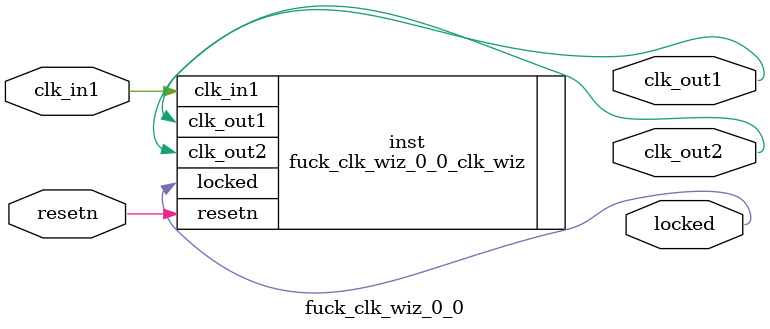
<source format=v>


`timescale 1ps/1ps

(* CORE_GENERATION_INFO = "fuck_clk_wiz_0_0,clk_wiz_v6_0_15_0_0,{component_name=fuck_clk_wiz_0_0,use_phase_alignment=true,use_min_o_jitter=false,use_max_i_jitter=false,use_dyn_phase_shift=false,use_inclk_switchover=false,use_dyn_reconfig=false,enable_axi=0,feedback_source=FDBK_AUTO,PRIMITIVE=MMCM,num_out_clk=2,clkin1_period=20.000,clkin2_period=10.0,use_power_down=false,use_reset=true,use_locked=true,use_inclk_stopped=false,feedback_type=SINGLE,CLOCK_MGR_TYPE=NA,manual_override=false}" *)

module fuck_clk_wiz_0_0 
 (
  // Clock out ports
  output        clk_out1,
  output        clk_out2,
  // Status and control signals
  input         resetn,
  output        locked,
 // Clock in ports
  input         clk_in1
 );

  fuck_clk_wiz_0_0_clk_wiz inst
  (
  // Clock out ports  
  .clk_out1(clk_out1),
  .clk_out2(clk_out2),
  // Status and control signals               
  .resetn(resetn), 
  .locked(locked),
 // Clock in ports
  .clk_in1(clk_in1)
  );

endmodule

</source>
